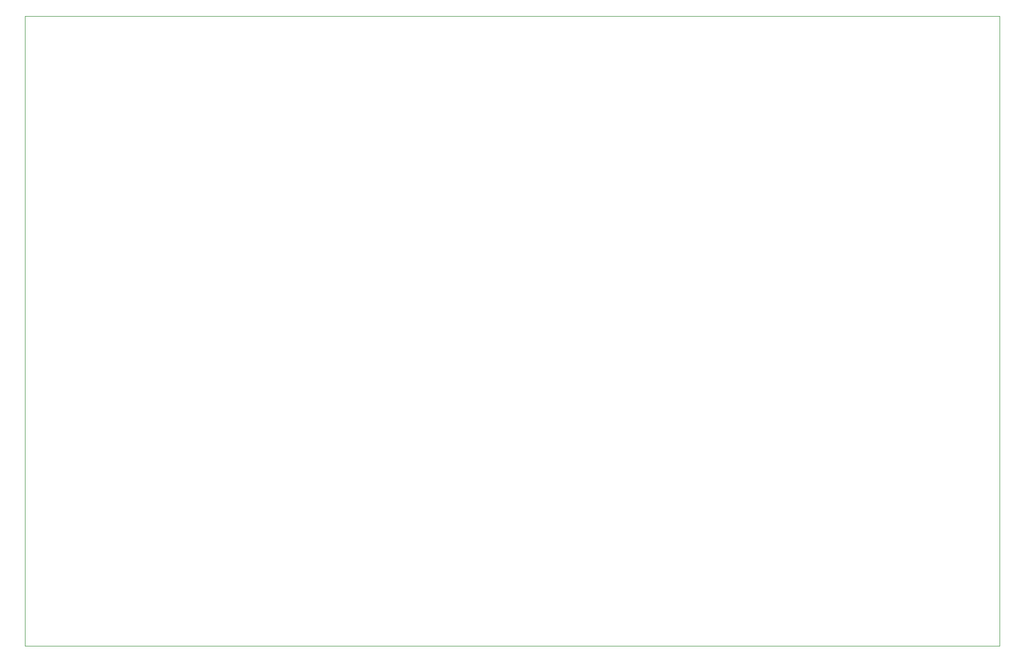
<source format=gbr>
%TF.GenerationSoftware,KiCad,Pcbnew,(5.1.10-1-10_14)*%
%TF.CreationDate,2021-07-17T22:38:12-07:00*%
%TF.ProjectId,Backplane,4261636b-706c-4616-9e65-2e6b69636164,rev?*%
%TF.SameCoordinates,Original*%
%TF.FileFunction,Profile,NP*%
%FSLAX46Y46*%
G04 Gerber Fmt 4.6, Leading zero omitted, Abs format (unit mm)*
G04 Created by KiCad (PCBNEW (5.1.10-1-10_14)) date 2021-07-17 22:38:12*
%MOMM*%
%LPD*%
G01*
G04 APERTURE LIST*
%TA.AperFunction,Profile*%
%ADD10C,0.100000*%
%TD*%
G04 APERTURE END LIST*
D10*
X236093000Y-144653000D02*
X77343000Y-144653000D01*
X236093000Y-42037000D02*
X77343000Y-42037000D01*
X77343000Y-42037000D02*
X77343000Y-42037000D01*
X77343000Y-42037000D02*
X77343000Y-42037000D01*
X77343000Y-144653000D02*
X77343000Y-42037000D01*
X236093000Y-144653000D02*
X236093000Y-42037000D01*
M02*

</source>
